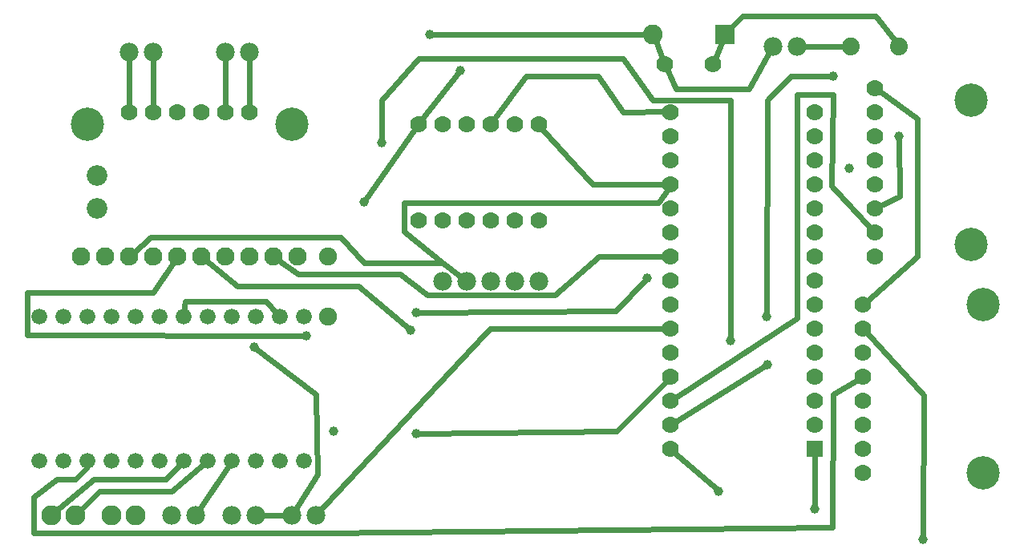
<source format=gbl>
G04 MADE WITH FRITZING*
G04 WWW.FRITZING.ORG*
G04 DOUBLE SIDED*
G04 HOLES PLATED*
G04 CONTOUR ON CENTER OF CONTOUR VECTOR*
%ASAXBY*%
%FSLAX23Y23*%
%MOIN*%
%OFA0B0*%
%SFA1.0B1.0*%
%ADD10C,0.138425*%
%ADD11C,0.070000*%
%ADD12C,0.039370*%
%ADD13C,0.082000*%
%ADD14C,0.066000*%
%ADD15C,0.086000*%
%ADD16C,0.076000*%
%ADD17C,0.078000*%
%ADD18C,0.083307*%
%ADD19C,0.074000*%
%ADD20C,0.075000*%
%ADD21R,0.082000X0.082000*%
%ADD22R,0.069972X0.070000*%
%ADD23R,0.000140X0.000140*%
%ADD24C,0.024000*%
%LNCOPPER0*%
G90*
G70*
G54D10*
X4124Y1937D03*
G54D11*
X3724Y1287D03*
X3724Y1387D03*
X3724Y1487D03*
G54D10*
X4124Y1337D03*
G54D11*
X3724Y1587D03*
X3724Y1687D03*
X3724Y1787D03*
X3724Y1887D03*
X3724Y1987D03*
X2849Y2087D03*
X3049Y2087D03*
G54D12*
X2776Y1198D03*
X1816Y1054D03*
X1792Y982D03*
X1816Y550D03*
X1360Y958D03*
X1144Y910D03*
X1474Y562D03*
X1874Y2212D03*
X3616Y1654D03*
X3124Y937D03*
X1674Y1762D03*
X3074Y312D03*
X3924Y112D03*
G54D13*
X3099Y2212D03*
X2801Y2212D03*
G54D11*
X3674Y587D03*
G54D10*
X4174Y1087D03*
G54D11*
X3674Y987D03*
X3674Y787D03*
X3674Y387D03*
X3674Y1087D03*
X3674Y887D03*
X3674Y687D03*
X3674Y487D03*
G54D10*
X4174Y387D03*
G54D11*
X3474Y487D03*
X3474Y587D03*
X3474Y687D03*
X3474Y787D03*
X3474Y887D03*
X3474Y987D03*
X3474Y1087D03*
X3474Y1187D03*
X3474Y1287D03*
X3474Y1387D03*
X3474Y1487D03*
X3474Y1587D03*
X3474Y1687D03*
X3474Y1787D03*
X3474Y1887D03*
X2874Y487D03*
X2874Y587D03*
X2874Y687D03*
X2874Y787D03*
X2874Y887D03*
X2874Y987D03*
X2874Y1087D03*
X2874Y1187D03*
X2874Y1287D03*
X2874Y1387D03*
X2874Y1487D03*
X2874Y1587D03*
X2874Y1687D03*
X2874Y1787D03*
X2874Y1887D03*
G54D14*
X249Y437D03*
X349Y437D03*
X449Y437D03*
X549Y437D03*
X649Y437D03*
X749Y437D03*
X849Y437D03*
X949Y437D03*
X1049Y437D03*
X1149Y437D03*
X1249Y437D03*
X1349Y437D03*
X1349Y1037D03*
X1249Y1037D03*
X1149Y1037D03*
X1049Y1037D03*
X949Y1037D03*
X849Y1037D03*
X749Y1037D03*
X649Y1037D03*
X549Y1037D03*
X449Y1037D03*
X349Y1037D03*
X249Y1037D03*
G54D10*
X449Y1837D03*
G54D15*
X489Y1486D03*
X489Y1624D03*
G54D16*
X424Y1287D03*
X524Y1287D03*
X624Y1287D03*
X724Y1287D03*
X824Y1287D03*
X924Y1287D03*
X1024Y1287D03*
G54D10*
X1299Y1837D03*
G54D16*
X1124Y1287D03*
X1224Y1287D03*
X1324Y1287D03*
G54D11*
X1124Y1887D03*
X1024Y1887D03*
X924Y1887D03*
X824Y1887D03*
X724Y1887D03*
X624Y1887D03*
G54D17*
X2325Y1185D03*
X2226Y1185D03*
X2126Y1185D03*
X2026Y1185D03*
X1926Y1185D03*
X1024Y2137D03*
X1124Y2137D03*
X624Y2137D03*
X724Y2137D03*
G54D18*
X299Y212D03*
X399Y212D03*
X649Y212D03*
X549Y212D03*
G54D17*
X3399Y2162D03*
X3299Y2162D03*
X1399Y212D03*
X1299Y212D03*
X899Y212D03*
X799Y212D03*
X1149Y212D03*
X1049Y212D03*
G54D12*
X1999Y2062D03*
X3274Y1037D03*
X3276Y838D03*
X3824Y1787D03*
X3549Y2037D03*
G54D11*
X1825Y1837D03*
X1925Y1837D03*
X2025Y1837D03*
X2125Y1837D03*
X2225Y1837D03*
X2325Y1837D03*
X2325Y1437D03*
X2225Y1437D03*
X2125Y1437D03*
X2025Y1437D03*
X1925Y1437D03*
X1825Y1437D03*
G54D12*
X3474Y236D03*
G54D19*
X3824Y2162D03*
X3624Y2162D03*
G54D20*
X1449Y1037D03*
X1449Y1287D03*
G54D12*
X1599Y1513D03*
G54D21*
X3100Y2212D03*
G54D22*
X3474Y487D03*
G54D23*
X3470Y1687D03*
G54D24*
X1124Y1907D02*
X1124Y2118D01*
D02*
X624Y1907D02*
X624Y2118D01*
D02*
X1039Y421D02*
X910Y228D01*
D02*
X2856Y1287D02*
X2575Y1286D01*
D02*
X2575Y1286D02*
X2392Y1126D01*
D02*
X2392Y1126D02*
X1864Y1126D01*
D02*
X1750Y1213D02*
X1325Y1213D01*
D02*
X1864Y1126D02*
X1750Y1213D01*
D02*
X1325Y1213D02*
X1240Y1275D01*
D02*
X1412Y226D02*
X2124Y988D01*
D02*
X2124Y988D02*
X2856Y987D01*
D02*
X836Y423D02*
X775Y362D01*
D02*
X775Y362D02*
X475Y362D01*
D02*
X475Y362D02*
X316Y226D01*
D02*
X448Y418D02*
X448Y406D01*
D02*
X400Y362D02*
X324Y362D01*
D02*
X324Y362D02*
X225Y287D01*
D02*
X448Y406D02*
X400Y362D01*
D02*
X225Y287D02*
X225Y136D01*
D02*
X225Y136D02*
X1425Y138D01*
D02*
X1425Y138D02*
X3548Y162D01*
D02*
X3548Y162D02*
X3550Y713D01*
D02*
X3550Y713D02*
X3658Y777D01*
D02*
X2770Y1192D02*
X2648Y1061D01*
D02*
X2648Y1061D02*
X1823Y1054D01*
D02*
X1575Y1163D02*
X1074Y1163D01*
D02*
X1786Y987D02*
X1575Y1163D01*
D02*
X1074Y1163D02*
X940Y1275D01*
D02*
X3711Y1402D02*
X3544Y1582D01*
D02*
X3544Y1582D02*
X3549Y1962D01*
D02*
X3549Y1962D02*
X3401Y1962D01*
D02*
X3401Y1962D02*
X3400Y1030D01*
D02*
X3400Y1030D02*
X2890Y697D01*
D02*
X2650Y562D02*
X1823Y550D01*
D02*
X2862Y774D02*
X2650Y562D01*
D02*
X1352Y958D02*
X200Y961D01*
D02*
X200Y961D02*
X200Y1137D01*
D02*
X200Y1137D02*
X724Y1137D01*
D02*
X724Y1137D02*
X814Y1271D01*
D02*
X1236Y1052D02*
X1192Y1102D01*
D02*
X1192Y1102D02*
X856Y1102D01*
D02*
X856Y1102D02*
X851Y1057D01*
D02*
X2011Y1197D02*
X1925Y1262D01*
D02*
X1599Y1261D02*
X1504Y1366D01*
D02*
X1925Y1262D02*
X1599Y1261D01*
D02*
X1504Y1366D02*
X712Y1366D01*
D02*
X712Y1366D02*
X639Y1300D01*
D02*
X1768Y1390D02*
X1925Y1262D01*
D02*
X1310Y228D02*
X1408Y382D01*
D02*
X1408Y382D02*
X1400Y713D01*
D02*
X1400Y713D02*
X1150Y905D01*
D02*
X1168Y212D02*
X1280Y212D01*
D02*
X2865Y1572D02*
X2824Y1510D01*
D02*
X2824Y1510D02*
X1768Y1510D01*
D02*
X1768Y1510D02*
X1768Y1390D01*
D02*
X3124Y945D02*
X3124Y1936D01*
D02*
X3124Y1936D02*
X2800Y1936D01*
D02*
X1825Y2111D02*
X1674Y1938D01*
D02*
X2676Y2111D02*
X1825Y2111D01*
D02*
X2800Y1936D02*
X2676Y2111D01*
D02*
X1674Y1938D02*
X1674Y1770D01*
D02*
X2898Y1985D02*
X2856Y2074D01*
D02*
X3201Y1985D02*
X2899Y1985D01*
D02*
X3290Y2146D02*
X3201Y1985D01*
D02*
X3092Y2193D02*
X3055Y2101D01*
D02*
X2844Y2101D02*
X2809Y2193D01*
D02*
X3899Y1861D02*
X3740Y1976D01*
D02*
X3899Y1288D02*
X3899Y1861D01*
D02*
X3689Y1100D02*
X3899Y1288D01*
D02*
X3926Y712D02*
X3924Y120D01*
D02*
X3688Y973D02*
X3926Y712D01*
D02*
X3269Y834D02*
X2890Y597D01*
D02*
X3824Y1779D02*
X3825Y1536D01*
D02*
X3825Y1536D02*
X3742Y1496D01*
D02*
X3542Y2037D02*
X3374Y2038D01*
D02*
X3374Y2038D02*
X3276Y1936D01*
D02*
X3276Y1936D02*
X3274Y1045D01*
D02*
X1024Y1907D02*
X1024Y2118D01*
D02*
X724Y2118D02*
X724Y1907D01*
D02*
X934Y425D02*
X800Y312D01*
D02*
X500Y312D02*
X415Y227D01*
D02*
X800Y312D02*
X500Y312D01*
D02*
X2856Y1889D02*
X2676Y1886D01*
D02*
X2574Y2038D02*
X2274Y2037D01*
D02*
X2274Y2037D02*
X2136Y1853D01*
D02*
X2676Y1886D02*
X2574Y2038D01*
D02*
X2780Y2212D02*
X1882Y2212D01*
D02*
X2549Y1587D02*
X2856Y1587D01*
D02*
X2338Y1822D02*
X2549Y1587D01*
D02*
X3474Y459D02*
X3474Y244D01*
D02*
X3069Y317D02*
X2888Y475D01*
D02*
X3609Y2162D02*
X3418Y2162D01*
D02*
X3815Y2174D02*
X3725Y2287D01*
D02*
X3725Y2287D02*
X3174Y2287D01*
D02*
X3174Y2287D02*
X3114Y2227D01*
D02*
X1995Y2056D02*
X1837Y1853D01*
D02*
X1813Y1821D02*
X1604Y1519D01*
G04 End of Copper0*
M02*
</source>
